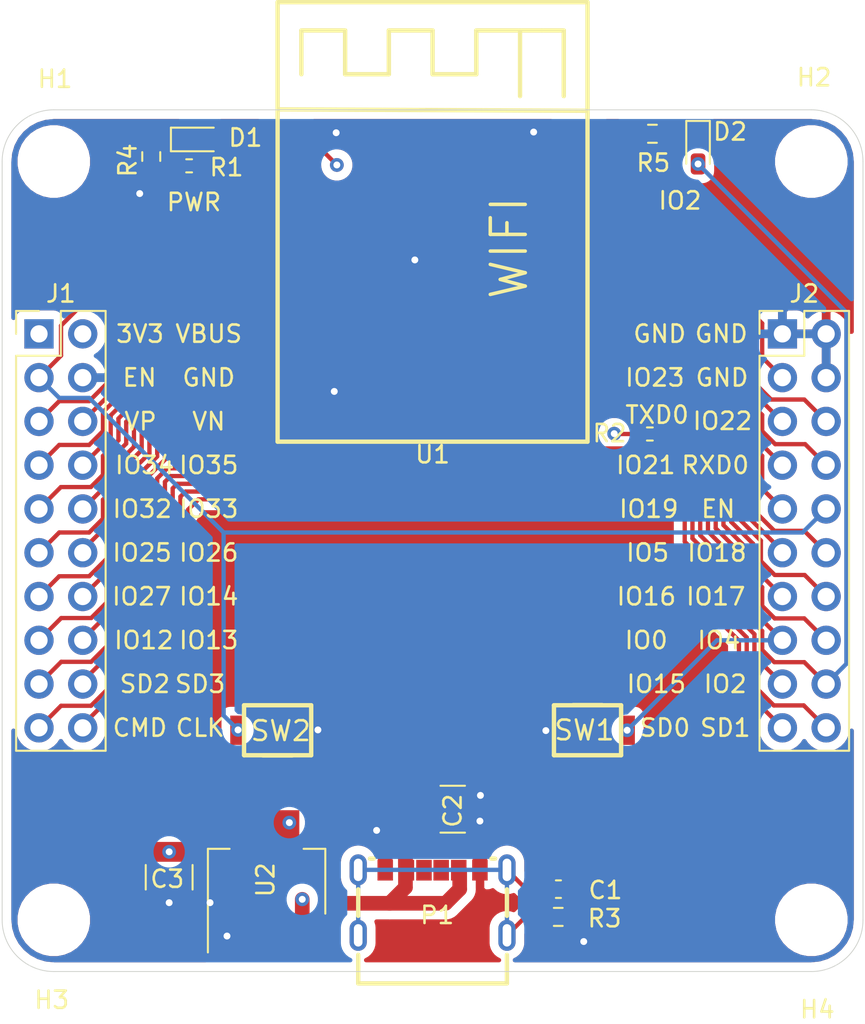
<source format=kicad_pcb>
(kicad_pcb (version 20171130) (host pcbnew "(5.1.10-1-10_14)")
  (layers (0 F.Cu signal) (1 GND power) (2 PWR power) (31 B.Cu signal) (34 B.Paste user) (35 F.Paste user) (36 B.SilkS user) (37 F.SilkS user) (38 B.Mask user) (39 F.Mask user) (44 Edge.Cuts user))
  (net 0 "")
  (net 1 GND)
  (net 2 EN)
  (net 3 +3V3)
  (net 4 IO0)
  (net 5 IO2)
  (net 6 "Net-(C1-Pad1)")
  (net 7 VBUS)
  (net 8 "Net-(D1-Pad1)")
  (net 9 "Net-(D2-Pad1)")
  (net 10 CLK)
  (net 11 SD0)
  (net 12 SD3)
  (net 13 CMD)
  (net 14 IO13)
  (net 15 SD2)
  (net 16 IO14)
  (net 17 IO12)
  (net 18 IO26)
  (net 19 IO27)
  (net 20 IO33)
  (net 21 IO25)
  (net 22 IO35)
  (net 23 IO32)
  (net 24 SENSOR_VN)
  (net 25 IO34)
  (net 26 SENSOR_VP)
  (net 27 SD1)
  (net 28 IO15)
  (net 29 IO4)
  (net 30 IO16)
  (net 31 IO17)
  (net 32 IO5)
  (net 33 IO18)
  (net 34 IO19)
  (net 35 IO21)
  (net 36 RXD0)
  (net 37 TXD0)
  (net 38 IO22)
  (net 39 IO23)
  (module Resistor_SMD:R_0402_1005Metric_Pad0.72x0.64mm_HandSolder (layer F.Cu) (at 137.62 68.81)
    (fp_text reference R2 (at -2.34 -0.04) (layer F.SilkS))
    (fp_text value 10k)
    (pad 2 smd roundrect (at 0.5975 0) (size 0.715 0.64) (layers F.Cu F.Paste F.Mask) (net 4 IO0))
    (pad 1 smd roundrect (at -0.5975 0) (size 0.715 0.64) (layers F.Cu F.Paste F.Mask) (net 3 +3V3))
  )
  (module Resistor_SMD:R_0402_1005Metric_Pad0.72x0.64mm_HandSolder (layer F.Cu) (at 110.86 53.25 180)
    (fp_text reference R1 (at -2.17 -0.09) (layer F.SilkS))
    (fp_text value 10k)
    (pad 2 smd roundrect (at 0.5975 0 180) (size 0.715 0.64) (layers F.Cu F.Paste F.Mask) (net 2 EN))
    (pad 1 smd roundrect (at -0.5975 0 180) (size 0.715 0.64) (layers F.Cu F.Paste F.Mask) (net 3 +3V3))
  )
  (module Capacitor_SMD:C_1210_3225Metric (layer F.Cu) (at 109.7 94.53 270)
    (fp_text reference C3 (at 0.1 0.11 180) (layer F.SilkS))
    (fp_text value C_Small)
    (pad 2 smd roundrect (at 1.475 0 270) (size 1.15 2.7) (layers F.Cu F.Paste F.Mask) (roundrect_rratio 0.217391) (net 1 GND))
    (pad 1 smd roundrect (at -1.475 0 270) (size 1.15 2.7) (layers F.Cu F.Paste F.Mask) (roundrect_rratio 0.217391) (net 3 +3V3))
  )
  (module Capacitor_SMD:C_1210_3225Metric_Pad1.33x2.70mm_HandSolder (layer F.Cu) (at 126.17 90.58)
    (fp_text reference C2 (at 0 0.09 90) (layer F.SilkS))
    (fp_text value C_Small)
    (pad 2 smd roundrect (at 1.5625 0) (size 1.325 2.7) (layers F.Cu F.Paste F.Mask) (roundrect_rratio 0.188679) (net 1 GND))
    (pad 1 smd roundrect (at -1.5625 0) (size 1.325 2.7) (layers F.Cu F.Paste F.Mask) (roundrect_rratio 0.188679) (net 7 VBUS))
  )
  (module Connector_PinHeader_2.54mm:PinHeader_2x10_P2.54mm_Vertical (layer F.Cu) (at 145.32 63)
    (fp_text reference J2 (at 1.27 -2.33) (layer F.SilkS))
    (fp_text value Conn_02x10_Odd_Even)
    (pad 20 thru_hole oval (at 2.54 22.86) (size 1.7 1.7) (drill 1) (layers *.Cu *.Mask) (net 27 SD1))
    (pad 19 thru_hole oval (at 0 22.86) (size 1.7 1.7) (drill 1) (layers *.Cu *.Mask) (net 11 SD0))
    (pad 18 thru_hole oval (at 2.54 20.32) (size 1.7 1.7) (drill 1) (layers *.Cu *.Mask) (net 5 IO2))
    (pad 17 thru_hole oval (at 0 20.32) (size 1.7 1.7) (drill 1) (layers *.Cu *.Mask) (net 28 IO15))
    (pad 16 thru_hole oval (at 2.54 17.78) (size 1.7 1.7) (drill 1) (layers *.Cu *.Mask) (net 29 IO4))
    (pad 15 thru_hole oval (at 0 17.78) (size 1.7 1.7) (drill 1) (layers *.Cu *.Mask) (net 4 IO0))
    (pad 14 thru_hole oval (at 2.54 15.24) (size 1.7 1.7) (drill 1) (layers *.Cu *.Mask) (net 31 IO17))
    (pad 13 thru_hole oval (at 0 15.24) (size 1.7 1.7) (drill 1) (layers *.Cu *.Mask) (net 30 IO16))
    (pad 12 thru_hole oval (at 2.54 12.7) (size 1.7 1.7) (drill 1) (layers *.Cu *.Mask) (net 33 IO18))
    (pad 11 thru_hole oval (at 0 12.7) (size 1.7 1.7) (drill 1) (layers *.Cu *.Mask) (net 32 IO5))
    (pad 10 thru_hole oval (at 2.54 10.16) (size 1.7 1.7) (drill 1) (layers *.Cu *.Mask) (net 2 EN))
    (pad 9 thru_hole oval (at 0 10.16) (size 1.7 1.7) (drill 1) (layers *.Cu *.Mask) (net 34 IO19))
    (pad 8 thru_hole oval (at 2.54 7.62) (size 1.7 1.7) (drill 1) (layers *.Cu *.Mask) (net 36 RXD0))
    (pad 7 thru_hole oval (at 0 7.62) (size 1.7 1.7) (drill 1) (layers *.Cu *.Mask) (net 35 IO21))
    (pad 6 thru_hole oval (at 2.54 5.08) (size 1.7 1.7) (drill 1) (layers *.Cu *.Mask) (net 38 IO22))
    (pad 5 thru_hole oval (at 0 5.08) (size 1.7 1.7) (drill 1) (layers *.Cu *.Mask) (net 37 TXD0))
    (pad 4 thru_hole oval (at 2.54 2.54) (size 1.7 1.7) (drill 1) (layers *.Cu *.Mask) (net 1 GND))
    (pad 3 thru_hole oval (at 0 2.54) (size 1.7 1.7) (drill 1) (layers *.Cu *.Mask) (net 39 IO23))
    (pad 2 thru_hole oval (at 2.54 0) (size 1.7 1.7) (drill 1) (layers *.Cu *.Mask) (net 1 GND))
    (pad 1 thru_hole rect (at 0 0) (size 1.7 1.7) (drill 1) (layers *.Cu *.Mask) (net 1 GND))
  )
  (module Connector_PinHeader_2.54mm:PinHeader_2x10_P2.54mm_Vertical (layer F.Cu) (at 102.14 63)
    (fp_text reference J1 (at 1.27 -2.33) (layer F.SilkS))
    (fp_text value Conn_02x10_Odd_Even)
    (pad 20 thru_hole oval (at 2.54 22.86) (size 1.7 1.7) (drill 1) (layers *.Cu *.Mask) (net 10 CLK))
    (pad 19 thru_hole oval (at 0 22.86) (size 1.7 1.7) (drill 1) (layers *.Cu *.Mask) (net 13 CMD))
    (pad 18 thru_hole oval (at 2.54 20.32) (size 1.7 1.7) (drill 1) (layers *.Cu *.Mask) (net 12 SD3))
    (pad 17 thru_hole oval (at 0 20.32) (size 1.7 1.7) (drill 1) (layers *.Cu *.Mask) (net 15 SD2))
    (pad 16 thru_hole oval (at 2.54 17.78) (size 1.7 1.7) (drill 1) (layers *.Cu *.Mask) (net 14 IO13))
    (pad 15 thru_hole oval (at 0 17.78) (size 1.7 1.7) (drill 1) (layers *.Cu *.Mask) (net 17 IO12))
    (pad 14 thru_hole oval (at 2.54 15.24) (size 1.7 1.7) (drill 1) (layers *.Cu *.Mask) (net 16 IO14))
    (pad 13 thru_hole oval (at 0 15.24) (size 1.7 1.7) (drill 1) (layers *.Cu *.Mask) (net 19 IO27))
    (pad 12 thru_hole oval (at 2.54 12.7) (size 1.7 1.7) (drill 1) (layers *.Cu *.Mask) (net 18 IO26))
    (pad 11 thru_hole oval (at 0 12.7) (size 1.7 1.7) (drill 1) (layers *.Cu *.Mask) (net 21 IO25))
    (pad 10 thru_hole oval (at 2.54 10.16) (size 1.7 1.7) (drill 1) (layers *.Cu *.Mask) (net 20 IO33))
    (pad 9 thru_hole oval (at 0 10.16) (size 1.7 1.7) (drill 1) (layers *.Cu *.Mask) (net 23 IO32))
    (pad 8 thru_hole oval (at 2.54 7.62) (size 1.7 1.7) (drill 1) (layers *.Cu *.Mask) (net 22 IO35))
    (pad 7 thru_hole oval (at 0 7.62) (size 1.7 1.7) (drill 1) (layers *.Cu *.Mask) (net 25 IO34))
    (pad 6 thru_hole oval (at 2.54 5.08) (size 1.7 1.7) (drill 1) (layers *.Cu *.Mask) (net 24 SENSOR_VN))
    (pad 5 thru_hole oval (at 0 5.08) (size 1.7 1.7) (drill 1) (layers *.Cu *.Mask) (net 26 SENSOR_VP))
    (pad 4 thru_hole oval (at 2.54 2.54) (size 1.7 1.7) (drill 1) (layers *.Cu *.Mask) (net 1 GND))
    (pad 3 thru_hole oval (at 0 2.54) (size 1.7 1.7) (drill 1) (layers *.Cu *.Mask) (net 2 EN))
    (pad 2 thru_hole oval (at 2.54 0) (size 1.7 1.7) (drill 1) (layers *.Cu *.Mask) (net 7 VBUS))
    (pad 1 thru_hole rect (at 0 0) (size 1.7 1.7) (drill 1) (layers *.Cu *.Mask) (net 3 +3V3))
  )
  (module MountingHole:MountingHole_3.2mm_M3_ISO7380 (layer F.Cu) (at 147 97)
    (fp_text reference H4 (at 0.35 5.2) (layer F.SilkS))
    (fp_text value MountingHole)
    (pad 1 np_thru_hole circle (at 0 0) (size 3.2 3.2) (drill 3.2) (layers *.Cu *.Mask))
  )
  (module MountingHole:MountingHole_3.2mm_M3_ISO7380 (layer F.Cu) (at 103 97)
    (fp_text reference H3 (at -0.12 4.65) (layer F.SilkS))
    (fp_text value MountingHole)
    (pad 1 np_thru_hole circle (at 0 0) (size 3.2 3.2) (drill 3.2) (layers *.Cu *.Mask))
  )
  (module MountingHole:MountingHole_3.2mm_M3_ISO7380 (layer F.Cu) (at 147 53)
    (fp_text reference H2 (at 0.16 -4.88) (layer F.SilkS))
    (fp_text value MountingHole)
    (pad 1 np_thru_hole circle (at 0 0) (size 3.2 3.2) (drill 3.2) (layers *.Cu *.Mask))
  )
  (module MountingHole:MountingHole_3.2mm_M3_ISO7380 (layer F.Cu) (at 103 53)
    (fp_text reference H1 (at 0.07 -4.79) (layer F.SilkS))
    (fp_text value MountingHole)
    (pad 1 np_thru_hole circle (at 0 0) (size 3.2 3.2) (drill 3.2) (layers *.Cu *.Mask))
  )
  (module Package_TO_SOT_SMD:SOT-223-3_TabPin2 (layer F.Cu) (at 115.36 94.79 90)
    (fp_text reference U2 (at 0.11 -0.06 90) (layer F.SilkS))
    (fp_text value LM1117-3.3)
    (pad 1 smd rect (at -3.15 -2.3 90) (size 2 1.5) (layers F.Cu F.Paste F.Mask) (net 1 GND))
    (pad 3 smd rect (at -3.15 2.3 90) (size 2 1.5) (layers F.Cu F.Paste F.Mask) (net 7 VBUS))
    (pad 2 smd rect (at -3.15 0 90) (size 2 1.5) (layers F.Cu F.Paste F.Mask) (net 3 +3V3))
    (pad 2 smd rect (at 3.15 0 90) (size 2 3.8) (layers F.Cu F.Paste F.Mask) (net 3 +3V3))
  )
  (module Resistor_SMD:R_0603_1608Metric_Pad0.98x0.95mm_HandSolder (layer F.Cu) (at 137.77 51.39 180)
    (fp_text reference R5 (at -0.05 -1.69) (layer F.SilkS))
    (fp_text value 10k)
    (pad 2 smd roundrect (at 0.9125 0 180) (size 0.975 0.95) (layers F.Cu F.Paste F.Mask) (net 1 GND))
    (pad 1 smd roundrect (at -0.9125 0 180) (size 0.975 0.95) (layers F.Cu F.Paste F.Mask) (net 9 "Net-(D2-Pad1)"))
  )
  (module Resistor_SMD:R_0603_1608Metric_Pad0.98x0.95mm_HandSolder (layer F.Cu) (at 108.66 52.71 270)
    (fp_text reference R4 (at 0.22 1.37 90) (layer F.SilkS))
    (fp_text value 10k)
    (pad 2 smd roundrect (at 0.9125 0 270) (size 0.975 0.95) (layers F.Cu F.Paste F.Mask) (net 1 GND))
    (pad 1 smd roundrect (at -0.9125 0 270) (size 0.975 0.95) (layers F.Cu F.Paste F.Mask) (net 8 "Net-(D1-Pad1)"))
  )
  (module LED_SMD:LED_0603_1608Metric_Castellated (layer F.Cu) (at 140.42 52.33 270)
    (fp_text reference D2 (at -1.06 -1.86 180) (layer F.SilkS))
    (fp_text value LED)
    (pad 2 smd roundrect (at 0.8125 0 270) (size 1.225 0.85) (layers F.Cu F.Paste F.Mask) (net 5 IO2))
    (pad 1 smd roundrect (at -0.8125 0 270) (size 1.225 0.85) (layers F.Cu F.Paste F.Mask) (net 9 "Net-(D2-Pad1)"))
  )
  (module LED_SMD:LED_0603_1608Metric_Castellated (layer F.Cu) (at 111.4875 51.72)
    (fp_text reference D1 (at 2.6425 -0.1) (layer F.SilkS))
    (fp_text value LED)
    (pad 2 smd roundrect (at 0.8125 0) (size 1.225 0.85) (layers F.Cu F.Paste F.Mask) (net 3 +3V3))
    (pad 1 smd roundrect (at -0.8125 0) (size 1.225 0.85) (layers F.Cu F.Paste F.Mask) (net 8 "Net-(D1-Pad1)"))
  )
  (module Resistor_SMD:R_0603_1608Metric_Pad0.98x0.95mm_HandSolder (layer F.Cu) (at 132.3 96.83)
    (fp_text reference R3 (at 2.69 0.09) (layer F.SilkS))
    (fp_text value 10k)
    (pad 2 smd roundrect (at 0.9125 0) (size 0.975 0.95) (layers F.Cu F.Paste F.Mask) (net 1 GND))
    (pad 1 smd roundrect (at -0.9125 0) (size 0.975 0.95) (layers F.Cu F.Paste F.Mask) (net 6 "Net-(C1-Pad1)"))
  )
  (module mybays_connector:USB-C-SMD_TYPEC-250D-BCP6 (layer F.Cu) (at 125 96)
    (fp_text reference P1 (at 0.27 0.73) (layer F.SilkS))
    (fp_text value USB_C_CHG_6P)
    (pad 3 thru_hole oval (at 4.320159 1.900047) (size 0.999998 1.799996) (drill oval 0.500024 1.300023) (layers *.Cu *.Mask) (net 6 "Net-(C1-Pad1)"))
    (pad 4 thru_hole oval (at 4.320159 -1.900047) (size 0.999998 1.799996) (drill oval 0.500024 1.300023) (layers *.Cu *.Mask) (net 6 "Net-(C1-Pad1)"))
    (pad 2 thru_hole oval (at -4.319905 1.900047) (size 0.999998 1.799996) (drill oval 0.500024 1.300023) (layers *.Cu *.Mask) (net 6 "Net-(C1-Pad1)"))
    (pad 1 thru_hole oval (at -4.319905 -1.900047) (size 0.999998 1.799996) (drill oval 0.500024 1.300023) (layers *.Cu *.Mask) (net 6 "Net-(C1-Pad1)"))
    (pad A12 smd rect (at 2.749931 -1.879981) (size 0.899998 1.199998) (layers F.Cu F.Paste F.Mask) (net 1 GND))
    (pad A9 smd rect (at 1.520063 -1.879981) (size 0.899998 1.199998) (layers F.Cu F.Paste F.Mask) (net 7 VBUS))
    (pad B5 smd rect (at 0.499999 -1.879981) (size 0.899998 1.199998) (layers F.Cu F.Paste F.Mask))
    (pad A5 smd rect (at -0.499999 -1.879981) (size 0.899998 1.199998) (layers F.Cu F.Paste F.Mask))
    (pad B9 smd rect (at -1.520063 -1.879981) (size 0.899998 1.199998) (layers F.Cu F.Paste F.Mask) (net 7 VBUS))
    (pad B12 smd rect (at -2.749931 -1.879981) (size 0.899998 1.199998) (layers F.Cu F.Paste F.Mask) (net 1 GND))
  )
  (module Capacitor_SMD:C_0603_1608Metric_Pad1.08x0.95mm_HandSolder (layer F.Cu) (at 132.31 95.22)
    (fp_text reference C1 (at 2.73 0.06) (layer F.SilkS))
    (fp_text value C_Small)
    (pad 2 smd roundrect (at 0.8625 0) (size 1.075 0.95) (layers F.Cu F.Paste F.Mask) (net 1 GND))
    (pad 1 smd roundrect (at -0.8625 0) (size 1.075 0.95) (layers F.Cu F.Paste F.Mask) (net 6 "Net-(C1-Pad1)"))
  )
  (module mybays_connector:turtlekey (layer F.Cu) (at 116 86)
    (fp_text reference SW2 (at -1.66 0.04) (layer F.SilkS) (effects (font (size 1.143 1.143) (thickness 0.1524)) (justify left)))
    (fp_text value SW_Push)
    (pad 1 smd rect (at -2.29997 0) (size 0.899998 1.699997) (layers F.Cu F.Paste F.Mask) (net 2 EN))
    (pad 2 smd rect (at 2.29997 0) (size 0.899998 1.699997) (layers F.Cu F.Paste F.Mask) (net 1 GND))
  )
  (module mybays_connector:turtlekey (layer F.Cu) (at 134 86 180)
    (fp_text reference SW1 (at -1.66 0) (layer F.SilkS) (effects (font (size 1.143 1.143) (thickness 0.1524)) (justify right)))
    (fp_text value SW_Push)
    (pad 1 smd rect (at -2.29997 0 180) (size 0.899998 1.699997) (layers F.Cu F.Paste F.Mask) (net 4 IO0))
    (pad 2 smd rect (at 2.29997 0 180) (size 0.899998 1.699997) (layers F.Cu F.Paste F.Mask) (net 1 GND))
  )
  (module mybays_modules:WIFIM-SMD_38P-L25.5-W18.0-P1.27 (layer F.Cu) (at 125 60)
    (fp_text reference U1 (at 0 10) (layer F.SilkS))
    (fp_text value ESP32-SOLO-1)
    (fp_text user WIFI (at 4.453128 1.134999 90) (layer F.SilkS) (effects (font (size 2.032 2.032) (thickness 0.2032)) (justify left)))
    (pad 39 smd rect (at -0.999998 -1.255141 180) (size 4.99999 4.99999) (layers F.Cu F.Paste F.Mask) (net 1 GND))
    (pad 38 smd rect (at 8.50011 -8.754999 180) (size 1.999996 0.899998) (layers F.Cu F.Paste F.Mask) (net 1 GND))
    (pad 37 smd rect (at 8.50011 -7.484999 180) (size 1.999996 0.899998) (layers F.Cu F.Paste F.Mask) (net 39 IO23))
    (pad 36 smd rect (at 8.50011 -6.214999 180) (size 1.999996 0.899998) (layers F.Cu F.Paste F.Mask) (net 38 IO22))
    (pad 35 smd rect (at 8.50011 -4.944999 180) (size 1.999996 0.899998) (layers F.Cu F.Paste F.Mask) (net 37 TXD0))
    (pad 34 smd rect (at 8.50011 -3.674999 180) (size 1.999996 0.899998) (layers F.Cu F.Paste F.Mask) (net 36 RXD0))
    (pad 33 smd rect (at 8.50011 -2.404999 180) (size 1.999996 0.899998) (layers F.Cu F.Paste F.Mask) (net 35 IO21))
    (pad 1 smd rect (at -8.50011 -8.754999 180) (size 1.999996 0.899998) (layers F.Cu F.Paste F.Mask) (net 1 GND))
    (pad 2 smd rect (at -8.50011 -7.484999 180) (size 1.999996 0.899998) (layers F.Cu F.Paste F.Mask) (net 3 +3V3))
    (pad 3 smd rect (at -8.50011 -6.214999 180) (size 1.999996 0.899998) (layers F.Cu F.Paste F.Mask) (net 2 EN))
    (pad 4 smd rect (at -8.50011 -4.944999 180) (size 1.999996 0.899998) (layers F.Cu F.Paste F.Mask) (net 26 SENSOR_VP))
    (pad 5 smd rect (at -8.50011 -3.674999 180) (size 1.999996 0.899998) (layers F.Cu F.Paste F.Mask) (net 24 SENSOR_VN))
    (pad 6 smd rect (at -8.50011 -2.404999 180) (size 1.999996 0.899998) (layers F.Cu F.Paste F.Mask) (net 25 IO34))
    (pad 7 smd rect (at -8.50011 -1.134999 180) (size 1.999996 0.899998) (layers F.Cu F.Paste F.Mask) (net 22 IO35))
    (pad 8 smd rect (at -8.50011 0.135001 180) (size 1.999996 0.899998) (layers F.Cu F.Paste F.Mask) (net 23 IO32))
    (pad 9 smd rect (at -8.50011 1.405001 180) (size 1.999996 0.899998) (layers F.Cu F.Paste F.Mask) (net 20 IO33))
    (pad 10 smd rect (at -8.50011 2.675001 180) (size 1.999996 0.899998) (layers F.Cu F.Paste F.Mask) (net 21 IO25))
    (pad 11 smd rect (at -8.50011 3.945001 180) (size 1.999996 0.899998) (layers F.Cu F.Paste F.Mask) (net 18 IO26))
    (pad 12 smd rect (at -8.50011 5.215001 180) (size 1.999996 0.899998) (layers F.Cu F.Paste F.Mask) (net 19 IO27))
    (pad 13 smd rect (at -8.50011 6.485001 180) (size 1.999996 0.899998) (layers F.Cu F.Paste F.Mask) (net 16 IO14))
    (pad 14 smd rect (at -8.50011 7.755001 180) (size 1.999996 0.899998) (layers F.Cu F.Paste F.Mask) (net 17 IO12))
    (pad 15 smd rect (at -5.715 8.754999 270) (size 1.999996 0.899998) (layers F.Cu F.Paste F.Mask) (net 1 GND))
    (pad 16 smd rect (at -4.445 8.754999 270) (size 1.999996 0.899998) (layers F.Cu F.Paste F.Mask) (net 14 IO13))
    (pad 17 smd rect (at -3.175 8.754999 270) (size 1.999996 0.899998) (layers F.Cu F.Paste F.Mask) (net 15 SD2))
    (pad 18 smd rect (at -1.905 8.754999 270) (size 1.999996 0.899998) (layers F.Cu F.Paste F.Mask) (net 12 SD3))
    (pad 19 smd rect (at -0.635 8.754999 270) (size 1.999996 0.899998) (layers F.Cu F.Paste F.Mask) (net 13 CMD))
    (pad 20 smd rect (at 0.635 8.754999 270) (size 1.999996 0.899998) (layers F.Cu F.Paste F.Mask) (net 10 CLK))
    (pad 21 smd rect (at 1.905 8.754999 90) (size 1.999996 0.899998) (layers F.Cu F.Paste F.Mask) (net 11 SD0))
    (pad 22 smd rect (at 3.175 8.754999 90) (size 1.999996 0.899998) (layers F.Cu F.Paste F.Mask) (net 27 SD1))
    (pad 23 smd rect (at 4.445 8.754999 90) (size 1.999996 0.899998) (layers F.Cu F.Paste F.Mask) (net 28 IO15))
    (pad 24 smd rect (at 5.715 8.754999 90) (size 1.999996 0.899998) (layers F.Cu F.Paste F.Mask) (net 5 IO2))
    (pad 25 smd rect (at 8.50011 7.755001 180) (size 1.999996 0.899998) (layers F.Cu F.Paste F.Mask) (net 4 IO0))
    (pad 26 smd rect (at 8.50011 6.485001 180) (size 1.999996 0.899998) (layers F.Cu F.Paste F.Mask) (net 29 IO4))
    (pad 27 smd rect (at 8.50011 5.215001 180) (size 1.999996 0.899998) (layers F.Cu F.Paste F.Mask) (net 30 IO16))
    (pad 28 smd rect (at 8.50011 3.945001 180) (size 1.999996 0.899998) (layers F.Cu F.Paste F.Mask) (net 31 IO17))
    (pad 29 smd rect (at 8.50011 2.675001 180) (size 1.999996 0.899998) (layers F.Cu F.Paste F.Mask) (net 32 IO5))
    (pad 30 smd rect (at 8.50011 1.405001 180) (size 1.999996 0.899998) (layers F.Cu F.Paste F.Mask) (net 33 IO18))
    (pad 31 smd rect (at 8.50011 0.135001 180) (size 1.999996 0.899998) (layers F.Cu F.Paste F.Mask) (net 34 IO19))
    (pad 32 smd rect (at 8.50011 -1.134999 180) (size 1.999996 0.899998) (layers F.Cu F.Paste F.Mask))
  )
  (gr_text IO2 (at 139.37 55.27) (layer F.SilkS) (effects (font (size 1 1))))
  (gr_text PWR (at 111.14 55.36) (layer F.SilkS) (effects (font (size 1 1))))
  (gr_text VN (at 112 68.08) (layer F.SilkS) (effects (font (size 1 1))))
  (gr_text IO26 (at 112 75.7) (layer F.SilkS) (effects (font (size 1 1))))
  (gr_text IO14 (at 112 78.24) (layer F.SilkS) (effects (font (size 1 1))))
  (gr_text SD0 (at 138.5 85.86) (layer F.SilkS) (effects (font (size 1 1))))
  (gr_text SD1 (at 142 85.86) (layer F.SilkS) (effects (font (size 1 1))))
  (gr_text IO2 (at 142 83.32) (layer F.SilkS) (effects (font (size 1 1))))
  (gr_text IO15 (at 138 83.32) (layer F.SilkS) (effects (font (size 1 1))))
  (gr_text IO4 (at 141.63 80.78) (layer F.SilkS) (effects (font (size 1 1))))
  (gr_text IO0 (at 137.41 80.78) (layer F.SilkS) (effects (font (size 1 1))))
  (gr_text IO16 (at 137.42 78.24) (layer F.SilkS) (effects (font (size 1 1))))
  (gr_text IO17 (at 141.45 78.24) (layer F.SilkS) (effects (font (size 1 1))))
  (gr_text IO5 (at 137.49 75.7) (layer F.SilkS) (effects (font (size 1 1))))
  (gr_text IO18 (at 141.52 75.7) (layer F.SilkS) (effects (font (size 1 1))))
  (gr_text EN (at 141.59 73.16) (layer F.SilkS) (effects (font (size 1 1))))
  (gr_text IO19 (at 137.56 73.16) (layer F.SilkS) (effects (font (size 1 1))))
  (gr_text IO21 (at 137.38 70.62) (layer F.SilkS) (effects (font (size 1 1))))
  (gr_text RXD0 (at 141.42 70.62) (layer F.SilkS) (effects (font (size 1 1))))
  (gr_text TXD0 (at 138.04 67.7) (layer F.SilkS) (effects (font (size 1 1))))
  (gr_text IO22 (at 141.84 68.06) (layer F.SilkS) (effects (font (size 1 1))))
  (gr_text IO23 (at 137.91 65.54) (layer F.SilkS) (effects (font (size 1 1))))
  (gr_text GND (at 141.81 65.54) (layer F.SilkS) (effects (font (size 1 1))))
  (gr_text GND (at 138.19 63) (layer F.SilkS) (effects (font (size 1 1))))
  (gr_text GND (at 141.77 63) (layer F.SilkS) (effects (font (size 1 1))))
  (gr_text CLK (at 111.5 85.86) (layer F.SilkS) (effects (font (size 1 1))))
  (gr_text CMD (at 108 85.86) (layer F.SilkS) (effects (font (size 1 1))))
  (gr_text SD3 (at 111.5 83.32) (layer F.SilkS) (effects (font (size 1 1))))
  (gr_text SD2 (at 108.29 83.32) (layer F.SilkS) (effects (font (size 1 1))))
  (gr_text IO13 (at 112 80.78) (layer F.SilkS) (effects (font (size 1 1))))
  (gr_text IO12 (at 108.23 80.78) (layer F.SilkS) (effects (font (size 1 1))))
  (gr_text IO27 (at 108.11 78.24) (layer F.SilkS) (effects (font (size 1 1))))
  (gr_text IO25 (at 108.13 75.7) (layer F.SilkS) (effects (font (size 1 1))))
  (gr_text IO33 (at 112 73.16) (layer F.SilkS) (effects (font (size 1 1))))
  (gr_text IO32 (at 108.14 73.16) (layer F.SilkS) (effects (font (size 1 1))))
  (gr_text IO35 (at 112 70.62) (layer F.SilkS) (effects (font (size 1 1))))
  (gr_text IO34 (at 108.28 70.62) (layer F.SilkS) (effects (font (size 1 1))))
  (gr_text VP (at 108.04 68.08) (layer F.SilkS) (effects (font (size 1 1))))
  (gr_text GND (at 112 65.54) (layer F.SilkS) (effects (font (size 1 1))))
  (gr_text EN (at 107.98 65.54) (layer F.SilkS) (effects (font (size 1 1))))
  (gr_text VBUS (at 112 63) (layer F.SilkS) (effects (font (size 1 1))))
  (gr_text 3V3 (at 108.01 63) (layer F.SilkS) (effects (font (size 1 1))))
  (gr_arc (start 103 97) (end 100 97) (angle -90) (layer Edge.Cuts) (width 0.05))
  (gr_arc (start 147 97) (end 147 100) (angle -90) (layer Edge.Cuts) (width 0.05))
  (gr_arc (start 147 53) (end 150 53) (angle -90) (layer Edge.Cuts) (width 0.05))
  (gr_arc (start 103 53) (end 103 50) (angle -90) (layer Edge.Cuts) (width 0.05))
  (gr_line (start 100 97) (end 100 53) (layer Edge.Cuts) (width 0.05))
  (gr_line (start 147 100) (end 103 100) (layer Edge.Cuts) (width 0.05))
  (gr_line (start 150 53) (end 150 97) (layer Edge.Cuts) (width 0.05))
  (gr_line (start 103 50) (end 147 50) (layer Edge.Cuts) (width 0.05))
  (segment (start 136.712501 51.245001) (end 136.8575 51.39) (width 0.25) (layer F.Cu) (net 1))
  (segment (start 133.50011 51.245001) (end 136.712501 51.245001) (width 0.25) (layer F.Cu) (net 1))
  (via (at 123.97 58.71) (size 0.8) (drill 0.4) (layers F.Cu B.Cu) (net 1))
  (segment (start 124.000002 58.740002) (end 123.97 58.71) (width 0.25) (layer F.Cu) (net 1))
  (segment (start 124.000002 58.744859) (end 124.000002 58.740002) (width 0.25) (layer F.Cu) (net 1))
  (segment (start 119.285 68.754999) (end 119.285 68.095) (width 0.25) (layer F.Cu) (net 1))
  (segment (start 119.29 68.09) (end 119.29 66.34) (width 0.25) (layer F.Cu) (net 1))
  (via (at 119.29 66.34) (size 0.8) (drill 0.4) (layers F.Cu B.Cu) (net 1))
  (segment (start 119.285 68.095) (end 119.29 68.09) (width 0.25) (layer F.Cu) (net 1))
  (via (at 130.87 51.29) (size 0.8) (drill 0.4) (layers F.Cu B.Cu) (net 1))
  (segment (start 130.914999 51.245001) (end 130.87 51.29) (width 0.25) (layer F.Cu) (net 1))
  (segment (start 133.50011 51.245001) (end 130.914999 51.245001) (width 0.25) (layer F.Cu) (net 1))
  (segment (start 119.315001 51.245001) (end 119.4 51.33) (width 0.25) (layer F.Cu) (net 1))
  (via (at 119.4 51.33) (size 0.8) (drill 0.4) (layers F.Cu B.Cu) (net 1))
  (segment (start 116.49989 51.245001) (end 119.315001 51.245001) (width 0.25) (layer F.Cu) (net 1))
  (segment (start 113.06 97.94) (end 113.06 96.99) (width 0.85) (layer F.Cu) (net 1))
  (segment (start 112.075 96.005) (end 109.7 96.005) (width 0.85) (layer F.Cu) (net 1))
  (segment (start 133.2125 95.26) (end 133.1725 95.22) (width 0.25) (layer F.Cu) (net 1))
  (segment (start 133.2125 96.83) (end 133.2125 95.26) (width 0.25) (layer F.Cu) (net 1))
  (via (at 133.78 98.26) (size 0.8) (drill 0.4) (layers F.Cu B.Cu) (net 1))
  (segment (start 133.2125 97.6925) (end 133.78 98.26) (width 0.25) (layer F.Cu) (net 1))
  (segment (start 133.2125 96.83) (end 133.2125 97.6925) (width 0.25) (layer F.Cu) (net 1))
  (via (at 127.78 89.78) (size 0.8) (drill 0.4) (layers F.Cu B.Cu) (net 1))
  (segment (start 127.7325 89.8275) (end 127.78 89.78) (width 0.25) (layer F.Cu) (net 1))
  (segment (start 127.7325 90.58) (end 127.7325 89.8275) (width 0.25) (layer F.Cu) (net 1))
  (via (at 127.749931 91.269931) (size 0.8) (drill 0.4) (layers F.Cu B.Cu) (net 1))
  (segment (start 127.7325 91.2525) (end 127.749931 91.269931) (width 0.25) (layer F.Cu) (net 1))
  (segment (start 127.7325 90.58) (end 127.7325 91.2525) (width 0.25) (layer F.Cu) (net 1))
  (segment (start 127.749931 94.120019) (end 127.749931 91.269931) (width 0.85) (layer F.Cu) (net 1))
  (via (at 131.58 86.02) (size 0.8) (drill 0.4) (layers F.Cu B.Cu) (net 1))
  (segment (start 131.6 86) (end 131.58 86.02) (width 0.25) (layer F.Cu) (net 1))
  (segment (start 131.70003 86) (end 131.6 86) (width 0.25) (layer F.Cu) (net 1))
  (via (at 121.75 91.81) (size 0.8) (drill 0.4) (layers F.Cu B.Cu) (net 1))
  (segment (start 122.250069 92.310069) (end 121.75 91.81) (width 0.85) (layer F.Cu) (net 1))
  (segment (start 122.250069 94.120019) (end 122.250069 92.310069) (width 0.85) (layer F.Cu) (net 1))
  (via (at 113.06 97.94) (size 0.8) (drill 0.4) (layers F.Cu B.Cu) (net 1))
  (segment (start 112.39 96.32) (end 112.075 96.005) (width 0.85) (layer F.Cu) (net 1))
  (via (at 112.075 96.005) (size 0.8) (drill 0.4) (layers F.Cu B.Cu) (net 1))
  (segment (start 113.06 96.99) (end 112.39 96.32) (width 0.85) (layer F.Cu) (net 1))
  (via (at 109.7 96.005) (size 0.8) (drill 0.4) (layers F.Cu B.Cu) (net 1))
  (via (at 107.99 54.86) (size 0.8) (drill 0.4) (layers F.Cu B.Cu) (net 1))
  (segment (start 108.66 54.19) (end 107.99 54.86) (width 0.25) (layer F.Cu) (net 1))
  (segment (start 108.66 53.6225) (end 108.66 54.19) (width 0.25) (layer F.Cu) (net 1))
  (via (at 118.34 85.98) (size 0.8) (drill 0.4) (layers F.Cu B.Cu) (net 1))
  (segment (start 118.32 86) (end 118.34 85.98) (width 0.25) (layer F.Cu) (net 1))
  (segment (start 118.29997 86) (end 118.32 86) (width 0.25) (layer F.Cu) (net 1))
  (segment (start 116.49989 53.785001) (end 112.155997 53.785001) (width 0.25) (layer F.Cu) (net 2))
  (segment (start 103.42 64.26) (end 102.14 65.54) (width 0.25) (layer F.Cu) (net 2))
  (segment (start 103.42 62.520998) (end 103.42 64.26) (width 0.25) (layer F.Cu) (net 2))
  (segment (start 110.2625 55.1925) (end 110.505499 55.435499) (width 0.25) (layer F.Cu) (net 2))
  (segment (start 110.2625 53.25) (end 110.2625 55.1925) (width 0.25) (layer F.Cu) (net 2))
  (segment (start 110.505499 55.435499) (end 103.42 62.520998) (width 0.25) (layer F.Cu) (net 2))
  (segment (start 112.155997 53.785001) (end 110.505499 55.435499) (width 0.25) (layer F.Cu) (net 2))
  (segment (start 105.054003 66.715001) (end 103.315001 66.715001) (width 0.25) (layer B.Cu) (net 2))
  (segment (start 103.315001 66.715001) (end 102.14 65.54) (width 0.25) (layer B.Cu) (net 2))
  (segment (start 112.864001 74.524999) (end 105.054003 66.715001) (width 0.25) (layer B.Cu) (net 2))
  (segment (start 146.495001 74.524999) (end 112.864001 74.524999) (width 0.25) (layer B.Cu) (net 2))
  (segment (start 147.86 73.16) (end 146.495001 74.524999) (width 0.25) (layer B.Cu) (net 2))
  (via (at 113.7 85.98) (size 0.8) (drill 0.4) (layers F.Cu B.Cu) (net 2))
  (segment (start 113.70003 85.98003) (end 113.7 85.98) (width 0.25) (layer F.Cu) (net 2))
  (segment (start 113.70003 86) (end 113.70003 85.98003) (width 0.25) (layer F.Cu) (net 2))
  (segment (start 112.864001 85.144001) (end 112.864001 74.524999) (width 0.25) (layer B.Cu) (net 2))
  (segment (start 113.7 85.98) (end 112.864001 85.144001) (width 0.25) (layer B.Cu) (net 2))
  (segment (start 113.095001 52.515001) (end 116.49989 52.515001) (width 0.25) (layer F.Cu) (net 3))
  (segment (start 112.3 51.72) (end 113.095001 52.515001) (width 0.25) (layer F.Cu) (net 3))
  (segment (start 111.4575 52.5625) (end 112.3 51.72) (width 0.25) (layer F.Cu) (net 3))
  (segment (start 111.4575 53.25) (end 111.4575 52.5625) (width 0.25) (layer F.Cu) (net 3))
  (segment (start 115.36 97.94) (end 115.36 91.64) (width 0.85) (layer F.Cu) (net 3))
  (segment (start 115.36 91.64) (end 113.81 91.64) (width 0.85) (layer F.Cu) (net 3))
  (segment (start 112.395 93.055) (end 109.7 93.055) (width 0.85) (layer F.Cu) (net 3))
  (segment (start 113.81 91.64) (end 112.395 93.055) (width 0.85) (layer F.Cu) (net 3))
  (via (at 119.44 53.2) (size 0.8) (drill 0.4) (layers F.Cu B.Cu) (net 3))
  (segment (start 118.755001 52.515001) (end 119.44 53.2) (width 0.25) (layer F.Cu) (net 3))
  (segment (start 116.49989 52.515001) (end 118.755001 52.515001) (width 0.25) (layer F.Cu) (net 3))
  (via (at 135.55 68.79) (size 0.8) (drill 0.4) (layers F.Cu B.Cu) (net 3))
  (segment (start 135.57 68.81) (end 135.55 68.79) (width 0.25) (layer F.Cu) (net 3))
  (segment (start 137.0225 68.81) (end 135.57 68.81) (width 0.25) (layer F.Cu) (net 3))
  (via (at 116.68 91.36) (size 0.8) (drill 0.4) (layers F.Cu B.Cu) (net 3))
  (segment (start 116.4 91.64) (end 116.68 91.36) (width 0.25) (layer F.Cu) (net 3))
  (segment (start 115.36 91.64) (end 116.4 91.64) (width 0.25) (layer F.Cu) (net 3))
  (via (at 109.7 93.055) (size 0.8) (drill 0.4) (layers F.Cu B.Cu) (net 3))
  (segment (start 133.50011 67.755001) (end 139.103721 67.755001) (width 0.25) (layer F.Cu) (net 4))
  (segment (start 140.544925 69.196205) (end 140.544926 70.299796) (width 0.25) (layer F.Cu) (net 4))
  (segment (start 140.544926 70.299796) (end 141.444943 71.199813) (width 0.25) (layer F.Cu) (net 4))
  (segment (start 141.444943 71.199813) (end 141.444943 74.280583) (width 0.25) (layer F.Cu) (net 4))
  (segment (start 142.719972 75.555612) (end 142.719972 76.912792) (width 0.25) (layer F.Cu) (net 4))
  (segment (start 141.444943 74.280583) (end 142.719972 75.555612) (width 0.25) (layer F.Cu) (net 4))
  (segment (start 143.694989 79.154989) (end 145.32 80.78) (width 0.25) (layer F.Cu) (net 4))
  (segment (start 143.694989 77.887809) (end 143.694989 79.154989) (width 0.25) (layer F.Cu) (net 4))
  (segment (start 142.719972 76.912792) (end 143.694989 77.887809) (width 0.25) (layer F.Cu) (net 4))
  (segment (start 140.1 68.81) (end 140.12936 68.78064) (width 0.25) (layer F.Cu) (net 4))
  (segment (start 138.2175 68.81) (end 140.1 68.81) (width 0.25) (layer F.Cu) (net 4))
  (segment (start 140.12936 68.78064) (end 140.544925 69.196205) (width 0.25) (layer F.Cu) (net 4))
  (segment (start 139.103721 67.755001) (end 140.12936 68.78064) (width 0.25) (layer F.Cu) (net 4))
  (segment (start 141.51997 80.78) (end 136.29997 86) (width 0.25) (layer B.Cu) (net 4))
  (via (at 136.29997 86) (size 0.8) (drill 0.4) (layers F.Cu B.Cu) (net 4))
  (segment (start 145.32 80.78) (end 141.51997 80.78) (width 0.25) (layer B.Cu) (net 4))
  (segment (start 140.994933 71.386213) (end 140.994934 74.466984) (width 0.25) (layer F.Cu) (net 5))
  (segment (start 142.269962 75.742012) (end 142.269963 77.099193) (width 0.25) (layer F.Cu) (net 5))
  (segment (start 140.994934 74.466984) (end 142.269962 75.742012) (width 0.25) (layer F.Cu) (net 5))
  (segment (start 143.244979 78.074209) (end 143.24498 79.34139) (width 0.25) (layer F.Cu) (net 5))
  (segment (start 142.269963 77.099193) (end 143.244979 78.074209) (width 0.25) (layer F.Cu) (net 5))
  (segment (start 144.144999 81.344001) (end 144.850998 82.05) (width 0.25) (layer F.Cu) (net 5))
  (segment (start 144.144999 80.241409) (end 144.144999 81.344001) (width 0.25) (layer F.Cu) (net 5))
  (segment (start 143.24498 79.34139) (end 144.144999 80.241409) (width 0.25) (layer F.Cu) (net 5))
  (segment (start 146.59 82.05) (end 147.86 83.32) (width 0.25) (layer F.Cu) (net 5))
  (segment (start 144.850998 82.05) (end 146.59 82.05) (width 0.25) (layer F.Cu) (net 5))
  (segment (start 140.20205 70.59564) (end 139.2564 69.64999) (width 0.25) (layer F.Cu) (net 5))
  (segment (start 140.20436 70.59564) (end 140.20205 70.59564) (width 0.25) (layer F.Cu) (net 5))
  (segment (start 140.094917 70.486197) (end 140.20436 70.59564) (width 0.25) (layer F.Cu) (net 5))
  (segment (start 140.20436 70.59564) (end 140.994933 71.386213) (width 0.25) (layer F.Cu) (net 5))
  (segment (start 139.2564 69.64999) (end 131.19 69.64999) (width 0.25) (layer F.Cu) (net 5))
  (segment (start 131.19 69.229999) (end 130.715 68.754999) (width 0.25) (layer F.Cu) (net 5))
  (segment (start 131.19 69.64999) (end 131.19 69.229999) (width 0.25) (layer F.Cu) (net 5))
  (via (at 140.42 53.1425) (size 0.8) (drill 0.4) (layers F.Cu B.Cu) (net 5))
  (segment (start 149.035001 61.757501) (end 140.42 53.1425) (width 0.25) (layer B.Cu) (net 5))
  (segment (start 149.035001 82.144999) (end 149.035001 61.757501) (width 0.25) (layer B.Cu) (net 5))
  (segment (start 147.86 83.32) (end 149.035001 82.144999) (width 0.25) (layer B.Cu) (net 5))
  (segment (start 131.4475 96.77) (end 131.3875 96.83) (width 0.25) (layer F.Cu) (net 6))
  (segment (start 131.4475 95.22) (end 131.4475 96.77) (width 0.25) (layer F.Cu) (net 6))
  (segment (start 130.390206 96.83) (end 129.320159 97.900047) (width 0.25) (layer F.Cu) (net 6))
  (segment (start 131.3875 96.83) (end 130.390206 96.83) (width 0.25) (layer F.Cu) (net 6))
  (segment (start 129.320159 94.099953) (end 120.680095 94.099953) (width 0.25) (layer B.Cu) (net 6))
  (segment (start 120.680095 97.900047) (end 120.680095 94.099953) (width 0.25) (layer B.Cu) (net 6))
  (segment (start 129.320159 97.900047) (end 129.320159 94.099953) (width 0.25) (layer B.Cu) (net 6))
  (segment (start 130.440206 95.22) (end 129.320159 94.099953) (width 0.25) (layer F.Cu) (net 6))
  (segment (start 131.4475 95.22) (end 130.440206 95.22) (width 0.25) (layer F.Cu) (net 6))
  (segment (start 124.6075 90.58) (end 123.425001 91.762499) (width 0.85) (layer F.Cu) (net 7))
  (segment (start 123.425001 95.120087) (end 122.505088 96.04) (width 0.85) (layer F.Cu) (net 7))
  (segment (start 123.425001 91.762499) (end 123.425001 93.004999) (width 0.85) (layer F.Cu) (net 7))
  (segment (start 123.425001 93.004999) (end 123.425001 95.120087) (width 0.85) (layer F.Cu) (net 7))
  (segment (start 123.425001 93.004999) (end 123.425001 94.120019) (width 0.85) (layer F.Cu) (net 7))
  (segment (start 119.56 96.04) (end 117.66 97.94) (width 0.85) (layer F.Cu) (net 7))
  (segment (start 122.505088 96.04) (end 119.56 96.04) (width 0.85) (layer F.Cu) (net 7))
  (segment (start 126.574999 95.220019) (end 126.574999 94.120019) (width 0.85) (layer F.Cu) (net 7))
  (segment (start 125.755018 96.04) (end 126.574999 95.220019) (width 0.85) (layer F.Cu) (net 7))
  (segment (start 122.505088 96.04) (end 125.755018 96.04) (width 0.85) (layer F.Cu) (net 7))
  (via (at 117.43 95.81) (size 0.8) (drill 0.4) (layers F.Cu B.Cu) (net 7))
  (segment (start 117.43 97.71) (end 117.66 97.94) (width 0.85) (layer F.Cu) (net 7))
  (segment (start 117.43 95.81) (end 117.43 97.71) (width 0.85) (layer F.Cu) (net 7))
  (segment (start 108.7375 51.72) (end 108.66 51.7975) (width 0.25) (layer F.Cu) (net 8))
  (segment (start 110.675 51.72) (end 108.7375 51.72) (width 0.25) (layer F.Cu) (net 8))
  (segment (start 140.2925 51.39) (end 140.42 51.5175) (width 0.25) (layer F.Cu) (net 9))
  (segment (start 138.6825 51.39) (end 140.2925 51.39) (width 0.25) (layer F.Cu) (net 9))
  (segment (start 125.635 70.004997) (end 123.039957 72.60004) (width 0.25) (layer F.Cu) (net 10))
  (segment (start 125.635 68.754999) (end 125.635 70.004997) (width 0.25) (layer F.Cu) (net 10))
  (segment (start 110.805102 73.194898) (end 110.805101 73.398999) (width 0.25) (layer F.Cu) (net 10))
  (segment (start 111.39996 72.60004) (end 110.805102 73.194898) (width 0.25) (layer F.Cu) (net 10))
  (segment (start 123.039957 72.60004) (end 111.39996 72.60004) (width 0.25) (layer F.Cu) (net 10))
  (segment (start 109.905083 74.299017) (end 109.905082 75.40161) (width 0.25) (layer F.Cu) (net 10))
  (segment (start 110.805101 73.398999) (end 109.905083 74.299017) (width 0.25) (layer F.Cu) (net 10))
  (segment (start 109.240066 76.066626) (end 109.240065 77.501985) (width 0.25) (layer F.Cu) (net 10))
  (segment (start 109.905082 75.40161) (end 109.240066 76.066626) (width 0.25) (layer F.Cu) (net 10))
  (segment (start 108.320047 78.422003) (end 108.320047 79.669953) (width 0.25) (layer F.Cu) (net 10))
  (segment (start 109.240065 77.501985) (end 108.320047 78.422003) (width 0.25) (layer F.Cu) (net 10))
  (segment (start 107.450028 80.539972) (end 107.450028 81.719972) (width 0.25) (layer F.Cu) (net 10))
  (segment (start 108.320047 79.669953) (end 107.450028 80.539972) (width 0.25) (layer F.Cu) (net 10))
  (segment (start 106.57001 82.59999) (end 106.57001 83.805402) (width 0.25) (layer F.Cu) (net 10))
  (segment (start 107.450028 81.719972) (end 106.57001 82.59999) (width 0.25) (layer F.Cu) (net 10))
  (segment (start 104.68 85.695412) (end 104.68 85.86) (width 0.25) (layer F.Cu) (net 10))
  (segment (start 106.57001 83.805402) (end 104.68 85.695412) (width 0.25) (layer F.Cu) (net 10))
  (segment (start 126.905 70.004997) (end 127.980013 71.08001) (width 0.25) (layer F.Cu) (net 11))
  (segment (start 126.905 68.754999) (end 126.905 70.004997) (width 0.25) (layer F.Cu) (net 11))
  (segment (start 127.980013 71.08001) (end 138.77719 71.08001) (width 0.25) (layer F.Cu) (net 11))
  (segment (start 139.644907 71.947727) (end 139.644907 75.057727) (width 0.25) (layer F.Cu) (net 11))
  (segment (start 138.77719 71.08001) (end 139.644907 71.947727) (width 0.25) (layer F.Cu) (net 11))
  (segment (start 140.919936 76.332756) (end 140.919936 77.658396) (width 0.25) (layer F.Cu) (net 11))
  (segment (start 139.644907 75.057727) (end 140.919936 76.332756) (width 0.25) (layer F.Cu) (net 11))
  (segment (start 141.894953 78.633413) (end 141.894953 79.900593) (width 0.25) (layer F.Cu) (net 11))
  (segment (start 140.919936 77.658396) (end 141.894953 78.633413) (width 0.25) (layer F.Cu) (net 11))
  (segment (start 142.794969 83.334969) (end 145.32 85.86) (width 0.25) (layer F.Cu) (net 11))
  (segment (start 142.794969 80.800609) (end 142.794969 83.334969) (width 0.25) (layer F.Cu) (net 11))
  (segment (start 141.894953 79.900593) (end 142.794969 80.800609) (width 0.25) (layer F.Cu) (net 11))
  (segment (start 106.55001 80.12281) (end 106.550009 81.285403) (width 0.25) (layer F.Cu) (net 12))
  (segment (start 107.420028 79.252792) (end 106.55001 80.12281) (width 0.25) (layer F.Cu) (net 12))
  (segment (start 104.68 83.155412) (end 104.68 83.32) (width 0.25) (layer F.Cu) (net 12))
  (segment (start 107.420029 78.049201) (end 107.420028 79.252792) (width 0.25) (layer F.Cu) (net 12))
  (segment (start 108.340047 77.129183) (end 107.420029 78.049201) (width 0.25) (layer F.Cu) (net 12))
  (segment (start 108.340048 75.693824) (end 108.340047 77.129183) (width 0.25) (layer F.Cu) (net 12))
  (segment (start 121.399977 71.70002) (end 110.16998 71.70002) (width 0.25) (layer F.Cu) (net 12))
  (segment (start 109.005064 75.028808) (end 108.340048 75.693824) (width 0.25) (layer F.Cu) (net 12))
  (segment (start 109.905083 73.026197) (end 109.005065 73.926215) (width 0.25) (layer F.Cu) (net 12))
  (segment (start 106.550009 81.285403) (end 104.68 83.155412) (width 0.25) (layer F.Cu) (net 12))
  (segment (start 110.16998 71.70002) (end 109.905083 71.964917) (width 0.25) (layer F.Cu) (net 12))
  (segment (start 109.005065 73.926215) (end 109.005064 75.028808) (width 0.25) (layer F.Cu) (net 12))
  (segment (start 123.095 70.004997) (end 121.399977 71.70002) (width 0.25) (layer F.Cu) (net 12))
  (segment (start 123.095 68.754999) (end 123.095 70.004997) (width 0.25) (layer F.Cu) (net 12))
  (segment (start 109.905083 71.964917) (end 109.905083 73.026197) (width 0.25) (layer F.Cu) (net 12))
  (segment (start 124.365 70.004997) (end 122.219967 72.15003) (width 0.25) (layer F.Cu) (net 13))
  (segment (start 124.365 68.754999) (end 124.365 70.004997) (width 0.25) (layer F.Cu) (net 13))
  (segment (start 110.355093 72.444907) (end 110.355092 73.212598) (width 0.25) (layer F.Cu) (net 13))
  (segment (start 110.64997 72.15003) (end 110.355093 72.444907) (width 0.25) (layer F.Cu) (net 13))
  (segment (start 122.219967 72.15003) (end 110.64997 72.15003) (width 0.25) (layer F.Cu) (net 13))
  (segment (start 109.455074 74.112616) (end 109.455073 75.215209) (width 0.25) (layer F.Cu) (net 13))
  (segment (start 110.355092 73.212598) (end 109.455074 74.112616) (width 0.25) (layer F.Cu) (net 13))
  (segment (start 108.790056 77.315584) (end 107.870038 78.235602) (width 0.25) (layer F.Cu) (net 13))
  (segment (start 108.790057 75.880225) (end 108.790056 77.315584) (width 0.25) (layer F.Cu) (net 13))
  (segment (start 109.455073 75.215209) (end 108.790057 75.880225) (width 0.25) (layer F.Cu) (net 13))
  (segment (start 107.870038 78.235602) (end 107.870037 79.439193) (width 0.25) (layer F.Cu) (net 13))
  (segment (start 107.000019 80.309211) (end 107.000018 81.471804) (width 0.25) (layer F.Cu) (net 13))
  (segment (start 107.870037 79.439193) (end 107.000019 80.309211) (width 0.25) (layer F.Cu) (net 13))
  (segment (start 107.000018 81.471804) (end 106.12 82.351822) (width 0.25) (layer F.Cu) (net 13))
  (segment (start 106.12 83.619002) (end 105.159002 84.58) (width 0.25) (layer F.Cu) (net 13))
  (segment (start 106.12 82.351822) (end 106.12 83.619002) (width 0.25) (layer F.Cu) (net 13))
  (segment (start 103.42 84.58) (end 102.14 85.86) (width 0.25) (layer F.Cu) (net 13))
  (segment (start 105.159002 84.58) (end 103.42 84.58) (width 0.25) (layer F.Cu) (net 13))
  (segment (start 104.68 80.05641) (end 104.68 80.22) (width 0.25) (layer F.Cu) (net 14))
  (segment (start 119.759997 70.8) (end 109.59128 70.8) (width 0.25) (layer F.Cu) (net 14))
  (segment (start 120.555 70.004997) (end 119.759997 70.8) (width 0.25) (layer F.Cu) (net 14))
  (segment (start 120.555 68.754999) (end 120.555 70.004997) (width 0.25) (layer F.Cu) (net 14))
  (segment (start 109.005066 71.386214) (end 109.005065 72.653395) (width 0.25) (layer F.Cu) (net 14))
  (segment (start 109.59128 70.8) (end 109.005066 71.386214) (width 0.25) (layer F.Cu) (net 14))
  (segment (start 108.105047 73.553413) (end 108.105046 74.656006) (width 0.25) (layer F.Cu) (net 14))
  (segment (start 109.005065 72.653395) (end 108.105047 73.553413) (width 0.25) (layer F.Cu) (net 14))
  (segment (start 107.44003 75.321022) (end 107.440029 76.756381) (width 0.25) (layer F.Cu) (net 14))
  (segment (start 108.105046 74.656006) (end 107.44003 75.321022) (width 0.25) (layer F.Cu) (net 14))
  (segment (start 106.52001 77.6764) (end 106.52001 78.87999) (width 0.25) (layer F.Cu) (net 14))
  (segment (start 107.440029 76.756381) (end 106.52001 77.6764) (width 0.25) (layer F.Cu) (net 14))
  (segment (start 104.68 80.72) (end 104.68 80.78) (width 0.25) (layer F.Cu) (net 14))
  (segment (start 106.52001 78.87999) (end 104.68 80.72) (width 0.25) (layer F.Cu) (net 14))
  (segment (start 121.825 70.004997) (end 120.579987 71.25001) (width 0.25) (layer F.Cu) (net 15))
  (segment (start 121.825 68.754999) (end 121.825 70.004997) (width 0.25) (layer F.Cu) (net 15))
  (segment (start 109.455075 71.584925) (end 109.455074 72.839796) (width 0.25) (layer F.Cu) (net 15))
  (segment (start 109.78999 71.25001) (end 109.455075 71.584925) (width 0.25) (layer F.Cu) (net 15))
  (segment (start 120.579987 71.25001) (end 109.78999 71.25001) (width 0.25) (layer F.Cu) (net 15))
  (segment (start 108.555056 73.739814) (end 108.555055 74.842407) (width 0.25) (layer F.Cu) (net 15))
  (segment (start 109.455074 72.839796) (end 108.555056 73.739814) (width 0.25) (layer F.Cu) (net 15))
  (segment (start 107.890039 75.507423) (end 107.890038 76.942782) (width 0.25) (layer F.Cu) (net 15))
  (segment (start 108.555055 74.842407) (end 107.890039 75.507423) (width 0.25) (layer F.Cu) (net 15))
  (segment (start 106.97002 77.8628) (end 106.970019 79.066391) (width 0.25) (layer F.Cu) (net 15))
  (segment (start 107.890038 76.942782) (end 106.97002 77.8628) (width 0.25) (layer F.Cu) (net 15))
  (segment (start 106.970019 79.066391) (end 106.1 79.93641) (width 0.25) (layer F.Cu) (net 15))
  (segment (start 106.1 81.099002) (end 105.169002 82.03) (width 0.25) (layer F.Cu) (net 15))
  (segment (start 106.1 79.93641) (end 106.1 81.099002) (width 0.25) (layer F.Cu) (net 15))
  (segment (start 103.43 82.03) (end 102.14 83.32) (width 0.25) (layer F.Cu) (net 15))
  (segment (start 105.169002 82.03) (end 103.43 82.03) (width 0.25) (layer F.Cu) (net 15))
  (segment (start 116.49989 66.485001) (end 110.535082 66.485001) (width 0.25) (layer F.Cu) (net 16))
  (segment (start 110.300083 66.72) (end 110.300082 67.551198) (width 0.25) (layer F.Cu) (net 16))
  (segment (start 110.535082 66.485001) (end 110.300083 66.72) (width 0.25) (layer F.Cu) (net 16))
  (segment (start 109.005066 68.846214) (end 109.005065 70.113395) (width 0.25) (layer F.Cu) (net 16))
  (segment (start 110.300082 67.551198) (end 109.005066 68.846214) (width 0.25) (layer F.Cu) (net 16))
  (segment (start 108.105048 71.013412) (end 108.105047 72.280593) (width 0.25) (layer F.Cu) (net 16))
  (segment (start 109.005065 70.113395) (end 108.105048 71.013412) (width 0.25) (layer F.Cu) (net 16))
  (segment (start 108.105047 72.280593) (end 107.205029 73.180611) (width 0.25) (layer F.Cu) (net 16))
  (segment (start 107.205029 73.180611) (end 107.205028 74.283204) (width 0.25) (layer F.Cu) (net 16))
  (segment (start 106.54001 76.37999) (end 104.68 78.24) (width 0.25) (layer F.Cu) (net 16))
  (segment (start 106.54001 74.948222) (end 106.54001 76.37999) (width 0.25) (layer F.Cu) (net 16))
  (segment (start 107.205028 74.283204) (end 106.54001 74.948222) (width 0.25) (layer F.Cu) (net 16))
  (segment (start 116.49989 67.755001) (end 110.732689 67.755001) (width 0.25) (layer F.Cu) (net 17))
  (segment (start 109.455075 69.032615) (end 109.455074 70.299796) (width 0.25) (layer F.Cu) (net 17))
  (segment (start 110.732689 67.755001) (end 109.455075 69.032615) (width 0.25) (layer F.Cu) (net 17))
  (segment (start 108.555057 71.199813) (end 108.555056 72.466994) (width 0.25) (layer F.Cu) (net 17))
  (segment (start 109.455074 70.299796) (end 108.555057 71.199813) (width 0.25) (layer F.Cu) (net 17))
  (segment (start 107.655038 73.367012) (end 107.655037 74.469605) (width 0.25) (layer F.Cu) (net 17))
  (segment (start 108.555056 72.466994) (end 107.655038 73.367012) (width 0.25) (layer F.Cu) (net 17))
  (segment (start 106.99002 75.134622) (end 106.99002 76.56998) (width 0.25) (layer F.Cu) (net 17))
  (segment (start 107.655037 74.469605) (end 106.99002 75.134622) (width 0.25) (layer F.Cu) (net 17))
  (segment (start 106.07 77.49) (end 106.07 78.589002) (width 0.25) (layer F.Cu) (net 17))
  (segment (start 106.07 78.589002) (end 105.169002 79.49) (width 0.25) (layer F.Cu) (net 17))
  (segment (start 106.99002 76.56998) (end 106.07 77.49) (width 0.25) (layer F.Cu) (net 17))
  (segment (start 103.43 79.49) (end 102.14 80.78) (width 0.25) (layer F.Cu) (net 17))
  (segment (start 105.169002 79.49) (end 103.43 79.49) (width 0.25) (layer F.Cu) (net 17))
  (segment (start 104.68 74.975412) (end 104.68 75.14) (width 0.25) (layer F.Cu) (net 18))
  (segment (start 116.49989 63.945001) (end 109.825064 63.945001) (width 0.25) (layer F.Cu) (net 18))
  (segment (start 109.825064 63.945001) (end 109.400065 64.37) (width 0.25) (layer F.Cu) (net 18))
  (segment (start 109.400065 64.37) (end 109.400064 67.178396) (width 0.25) (layer F.Cu) (net 18))
  (segment (start 108.105048 68.473412) (end 108.105047 69.740593) (width 0.25) (layer F.Cu) (net 18))
  (segment (start 109.400064 67.178396) (end 108.105048 68.473412) (width 0.25) (layer F.Cu) (net 18))
  (segment (start 108.105047 69.740593) (end 107.20503 70.64061) (width 0.25) (layer F.Cu) (net 18))
  (segment (start 107.20503 70.64061) (end 107.205029 71.907791) (width 0.25) (layer F.Cu) (net 18))
  (segment (start 107.205029 71.907791) (end 106.305011 72.807809) (width 0.25) (layer F.Cu) (net 18))
  (segment (start 104.68 75.535412) (end 104.68 75.7) (width 0.25) (layer F.Cu) (net 18))
  (segment (start 106.30501 73.910402) (end 104.68 75.535412) (width 0.25) (layer F.Cu) (net 18))
  (segment (start 106.305011 72.807809) (end 106.30501 73.910402) (width 0.25) (layer F.Cu) (net 18))
  (segment (start 116.49989 65.215001) (end 110.665073 65.215001) (width 0.25) (layer F.Cu) (net 19))
  (segment (start 109.850073 67.364797) (end 108.555057 68.659813) (width 0.25) (layer F.Cu) (net 19))
  (segment (start 109.850074 66.03) (end 109.850073 67.364797) (width 0.25) (layer F.Cu) (net 19))
  (segment (start 110.665073 65.215001) (end 109.850074 66.03) (width 0.25) (layer F.Cu) (net 19))
  (segment (start 108.555057 68.659813) (end 108.555056 69.926994) (width 0.25) (layer F.Cu) (net 19))
  (segment (start 107.655039 70.827011) (end 107.655038 72.094192) (width 0.25) (layer F.Cu) (net 19))
  (segment (start 108.555056 69.926994) (end 107.655039 70.827011) (width 0.25) (layer F.Cu) (net 19))
  (segment (start 106.75502 72.99421) (end 106.755019 74.096803) (width 0.25) (layer F.Cu) (net 19))
  (segment (start 107.655038 72.094192) (end 106.75502 72.99421) (width 0.25) (layer F.Cu) (net 19))
  (segment (start 106.755019 74.096803) (end 106.09 74.761822) (width 0.25) (layer F.Cu) (net 19))
  (segment (start 103.315001 77.064999) (end 102.14 78.24) (width 0.25) (layer F.Cu) (net 19))
  (segment (start 106.09 76.029002) (end 105.054003 77.064999) (width 0.25) (layer F.Cu) (net 19))
  (segment (start 105.054003 77.064999) (end 103.315001 77.064999) (width 0.25) (layer F.Cu) (net 19))
  (segment (start 106.09 74.761822) (end 106.09 76.029002) (width 0.25) (layer F.Cu) (net 19))
  (segment (start 104.68 72.435412) (end 104.68 72.6) (width 0.25) (layer F.Cu) (net 20))
  (segment (start 116.49989 61.405001) (end 109.107049 61.405001) (width 0.25) (layer F.Cu) (net 20))
  (segment (start 108.500047 62.012003) (end 108.500046 66.805594) (width 0.25) (layer F.Cu) (net 20))
  (segment (start 109.107049 61.405001) (end 108.500047 62.012003) (width 0.25) (layer F.Cu) (net 20))
  (segment (start 108.500046 66.805594) (end 107.20503 68.10061) (width 0.25) (layer F.Cu) (net 20))
  (segment (start 107.20503 68.10061) (end 107.205029 69.367791) (width 0.25) (layer F.Cu) (net 20))
  (segment (start 106.305011 71.534989) (end 104.68 73.16) (width 0.25) (layer F.Cu) (net 20))
  (segment (start 106.305011 70.267809) (end 106.305011 71.534989) (width 0.25) (layer F.Cu) (net 20))
  (segment (start 107.205029 69.367791) (end 106.305011 70.267809) (width 0.25) (layer F.Cu) (net 20))
  (segment (start 103.315001 74.524999) (end 102.14 75.7) (width 0.25) (layer F.Cu) (net 21))
  (segment (start 108.950056 63.31) (end 108.950055 66.991995) (width 0.25) (layer F.Cu) (net 21))
  (segment (start 105.855001 72.621409) (end 105.855001 73.724001) (width 0.25) (layer F.Cu) (net 21))
  (segment (start 105.855001 73.724001) (end 105.054003 74.524999) (width 0.25) (layer F.Cu) (net 21))
  (segment (start 106.75502 71.72139) (end 105.855001 72.621409) (width 0.25) (layer F.Cu) (net 21))
  (segment (start 109.585055 62.675001) (end 108.950056 63.31) (width 0.25) (layer F.Cu) (net 21))
  (segment (start 106.755021 70.454209) (end 106.75502 71.72139) (width 0.25) (layer F.Cu) (net 21))
  (segment (start 105.054003 74.524999) (end 103.315001 74.524999) (width 0.25) (layer F.Cu) (net 21))
  (segment (start 107.655038 69.554192) (end 106.755021 70.454209) (width 0.25) (layer F.Cu) (net 21))
  (segment (start 116.49989 62.675001) (end 109.585055 62.675001) (width 0.25) (layer F.Cu) (net 21))
  (segment (start 107.655039 68.287011) (end 107.655038 69.554192) (width 0.25) (layer F.Cu) (net 21))
  (segment (start 108.950055 66.991995) (end 107.655039 68.287011) (width 0.25) (layer F.Cu) (net 21))
  (segment (start 116.49989 58.865001) (end 110.374229 58.865001) (width 0.25) (layer F.Cu) (net 22))
  (segment (start 110.374229 58.865001) (end 107.600029 61.639201) (width 0.25) (layer F.Cu) (net 22))
  (segment (start 107.600029 61.639201) (end 107.600028 66.432792) (width 0.25) (layer F.Cu) (net 22))
  (segment (start 106.305011 68.994989) (end 104.68 70.62) (width 0.25) (layer F.Cu) (net 22))
  (segment (start 106.305011 67.727809) (end 106.305011 68.994989) (width 0.25) (layer F.Cu) (net 22))
  (segment (start 107.600028 66.432792) (end 106.305011 67.727809) (width 0.25) (layer F.Cu) (net 22))
  (segment (start 116.49989 60.135001) (end 109.740639 60.135001) (width 0.25) (layer F.Cu) (net 23))
  (segment (start 109.740639 60.135001) (end 108.050038 61.825602) (width 0.25) (layer F.Cu) (net 23))
  (segment (start 108.050038 61.825602) (end 108.050037 66.619193) (width 0.25) (layer F.Cu) (net 23))
  (segment (start 106.755021 67.914209) (end 106.75502 69.18139) (width 0.25) (layer F.Cu) (net 23))
  (segment (start 108.050037 66.619193) (end 106.755021 67.914209) (width 0.25) (layer F.Cu) (net 23))
  (segment (start 105.855001 71.184001) (end 105.149002 71.89) (width 0.25) (layer F.Cu) (net 23))
  (segment (start 105.855001 70.081409) (end 105.855001 71.184001) (width 0.25) (layer F.Cu) (net 23))
  (segment (start 106.75502 69.18139) (end 105.855001 70.081409) (width 0.25) (layer F.Cu) (net 23))
  (segment (start 103.41 71.89) (end 102.14 73.16) (width 0.25) (layer F.Cu) (net 23))
  (segment (start 105.149002 71.89) (end 103.41 71.89) (width 0.25) (layer F.Cu) (net 23))
  (segment (start 106.70001 66.05999) (end 104.68 68.08) (width 0.25) (layer F.Cu) (net 24))
  (segment (start 106.70001 61.2664) (end 106.70001 66.05999) (width 0.25) (layer F.Cu) (net 24))
  (segment (start 111.641409 56.325001) (end 106.70001 61.2664) (width 0.25) (layer F.Cu) (net 24))
  (segment (start 116.49989 56.325001) (end 111.641409 56.325001) (width 0.25) (layer F.Cu) (net 24))
  (segment (start 116.49989 57.595001) (end 111.007819 57.595001) (width 0.25) (layer F.Cu) (net 25))
  (segment (start 111.007819 57.595001) (end 107.15002 61.4528) (width 0.25) (layer F.Cu) (net 25))
  (segment (start 107.15002 61.4528) (end 107.150019 66.246391) (width 0.25) (layer F.Cu) (net 25))
  (segment (start 103.315001 69.444999) (end 102.14 70.62) (width 0.25) (layer F.Cu) (net 25))
  (segment (start 105.054003 69.444999) (end 103.315001 69.444999) (width 0.25) (layer F.Cu) (net 25))
  (segment (start 105.855001 68.644001) (end 105.054003 69.444999) (width 0.25) (layer F.Cu) (net 25))
  (segment (start 105.855001 67.541409) (end 105.855001 68.644001) (width 0.25) (layer F.Cu) (net 25))
  (segment (start 107.150019 66.246391) (end 105.855001 67.541409) (width 0.25) (layer F.Cu) (net 25))
  (segment (start 116.49989 55.055001) (end 112.274999 55.055001) (width 0.25) (layer F.Cu) (net 26))
  (segment (start 112.274999 55.055001) (end 106.25 61.08) (width 0.25) (layer F.Cu) (net 26))
  (segment (start 105.054003 66.904999) (end 103.315001 66.904999) (width 0.25) (layer F.Cu) (net 26))
  (segment (start 103.315001 66.904999) (end 102.14 68.08) (width 0.25) (layer F.Cu) (net 26))
  (segment (start 106.25 65.709002) (end 105.054003 66.904999) (width 0.25) (layer F.Cu) (net 26))
  (segment (start 106.25 61.08) (end 106.25 65.709002) (width 0.25) (layer F.Cu) (net 26))
  (segment (start 128.800003 70.63) (end 138.96359 70.63) (width 0.25) (layer F.Cu) (net 27))
  (segment (start 128.175 70.004997) (end 128.800003 70.63) (width 0.25) (layer F.Cu) (net 27))
  (segment (start 128.175 68.754999) (end 128.175 70.004997) (width 0.25) (layer F.Cu) (net 27))
  (segment (start 140.094915 71.761325) (end 140.094916 74.871326) (width 0.25) (layer F.Cu) (net 27))
  (segment (start 138.96359 70.63) (end 140.094915 71.761325) (width 0.25) (layer F.Cu) (net 27))
  (segment (start 141.369944 76.146354) (end 141.369945 77.471995) (width 0.25) (layer F.Cu) (net 27))
  (segment (start 140.094916 74.871326) (end 141.369944 76.146354) (width 0.25) (layer F.Cu) (net 27))
  (segment (start 142.344961 78.447011) (end 142.344962 79.714192) (width 0.25) (layer F.Cu) (net 27))
  (segment (start 141.369945 77.471995) (end 142.344961 78.447011) (width 0.25) (layer F.Cu) (net 27))
  (segment (start 143.244979 82.983981) (end 144.820998 84.56) (width 0.25) (layer F.Cu) (net 27))
  (segment (start 143.244979 80.614209) (end 143.244979 82.983981) (width 0.25) (layer F.Cu) (net 27))
  (segment (start 142.344962 79.714192) (end 143.244979 80.614209) (width 0.25) (layer F.Cu) (net 27))
  (segment (start 146.56 84.56) (end 147.86 85.86) (width 0.25) (layer F.Cu) (net 27))
  (segment (start 144.820998 84.56) (end 146.56 84.56) (width 0.25) (layer F.Cu) (net 27))
  (segment (start 129.445 70.004997) (end 129.540003 70.1) (width 0.25) (layer F.Cu) (net 28))
  (segment (start 129.445 68.754999) (end 129.445 70.004997) (width 0.25) (layer F.Cu) (net 28))
  (segment (start 139.07 70.1) (end 140.53 71.56) (width 0.25) (layer F.Cu) (net 28))
  (segment (start 140.53 71.56) (end 140.53231 71.56) (width 0.25) (layer F.Cu) (net 28))
  (segment (start 129.540003 70.1) (end 139.07 70.1) (width 0.25) (layer F.Cu) (net 28))
  (segment (start 140.544925 74.684925) (end 141.819954 75.959954) (width 0.25) (layer F.Cu) (net 28))
  (segment (start 140.544925 71.572615) (end 140.544925 74.684925) (width 0.25) (layer F.Cu) (net 28))
  (segment (start 140.53231 71.56) (end 140.544925 71.572615) (width 0.25) (layer F.Cu) (net 28))
  (segment (start 141.819954 77.285594) (end 142.794971 78.260611) (width 0.25) (layer F.Cu) (net 28))
  (segment (start 141.819954 75.959954) (end 141.819954 77.285594) (width 0.25) (layer F.Cu) (net 28))
  (segment (start 142.794971 78.260611) (end 142.794971 79.527791) (width 0.25) (layer F.Cu) (net 28))
  (segment (start 143.694989 81.694989) (end 145.32 83.32) (width 0.25) (layer F.Cu) (net 28))
  (segment (start 143.694989 80.427809) (end 143.694989 81.694989) (width 0.25) (layer F.Cu) (net 28))
  (segment (start 142.794971 79.527791) (end 143.694989 80.427809) (width 0.25) (layer F.Cu) (net 28))
  (segment (start 144.869998 79.51) (end 146.59 79.51) (width 0.25) (layer F.Cu) (net 29))
  (segment (start 144.144999 78.785001) (end 144.869998 79.51) (width 0.25) (layer F.Cu) (net 29))
  (segment (start 144.144999 77.701409) (end 144.144999 78.785001) (width 0.25) (layer F.Cu) (net 29))
  (segment (start 140.994935 69.009805) (end 140.994935 70.113395) (width 0.25) (layer F.Cu) (net 29))
  (segment (start 143.169981 76.726391) (end 144.144999 77.701409) (width 0.25) (layer F.Cu) (net 29))
  (segment (start 143.16998 75.36921) (end 143.169981 76.726391) (width 0.25) (layer F.Cu) (net 29))
  (segment (start 141.894952 74.094182) (end 143.16998 75.36921) (width 0.25) (layer F.Cu) (net 29))
  (segment (start 146.59 79.51) (end 147.86 80.78) (width 0.25) (layer F.Cu) (net 29))
  (segment (start 138.995001 66.485001) (end 139.644907 67.134907) (width 0.25) (layer F.Cu) (net 29))
  (segment (start 141.894951 71.013411) (end 141.894952 74.094182) (width 0.25) (layer F.Cu) (net 29))
  (segment (start 140.994935 70.113395) (end 141.894951 71.013411) (width 0.25) (layer F.Cu) (net 29))
  (segment (start 139.644908 67.659778) (end 140.994935 69.009805) (width 0.25) (layer F.Cu) (net 29))
  (segment (start 139.644907 67.134907) (end 139.644908 67.659778) (width 0.25) (layer F.Cu) (net 29))
  (segment (start 133.50011 66.485001) (end 138.995001 66.485001) (width 0.25) (layer F.Cu) (net 29))
  (segment (start 133.50011 65.215001) (end 139.449917 65.215001) (width 0.25) (layer F.Cu) (net 30))
  (segment (start 140.094917 65.860001) (end 140.094917 67.473377) (width 0.25) (layer F.Cu) (net 30))
  (segment (start 139.449917 65.215001) (end 140.094917 65.860001) (width 0.25) (layer F.Cu) (net 30))
  (segment (start 141.444943 68.823403) (end 141.444944 69.926994) (width 0.25) (layer F.Cu) (net 30))
  (segment (start 140.094917 67.473377) (end 141.444943 68.823403) (width 0.25) (layer F.Cu) (net 30))
  (segment (start 142.344961 70.827011) (end 142.344961 73.907781) (width 0.25) (layer F.Cu) (net 30))
  (segment (start 141.444944 69.926994) (end 142.344961 70.827011) (width 0.25) (layer F.Cu) (net 30))
  (segment (start 143.61999 76.53999) (end 145.32 78.24) (width 0.25) (layer F.Cu) (net 30))
  (segment (start 143.61999 75.18281) (end 143.61999 76.53999) (width 0.25) (layer F.Cu) (net 30))
  (segment (start 142.344961 73.907781) (end 143.61999 75.18281) (width 0.25) (layer F.Cu) (net 30))
  (segment (start 133.50011 63.945001) (end 139.715001 63.945001) (width 0.25) (layer F.Cu) (net 31))
  (segment (start 140.544925 64.774925) (end 140.544926 67.286976) (width 0.25) (layer F.Cu) (net 31))
  (segment (start 139.715001 63.945001) (end 140.544925 64.774925) (width 0.25) (layer F.Cu) (net 31))
  (segment (start 141.894953 68.637003) (end 141.894953 69.740593) (width 0.25) (layer F.Cu) (net 31))
  (segment (start 140.544926 67.286976) (end 141.894953 68.637003) (width 0.25) (layer F.Cu) (net 31))
  (segment (start 142.794969 70.640609) (end 142.79497 73.72138) (width 0.25) (layer F.Cu) (net 31))
  (segment (start 141.894953 69.740593) (end 142.794969 70.640609) (width 0.25) (layer F.Cu) (net 31))
  (segment (start 142.79497 73.72138) (end 144.07 74.99641) (width 0.25) (layer F.Cu) (net 31))
  (segment (start 144.07 76.189002) (end 144.870998 76.99) (width 0.25) (layer F.Cu) (net 31))
  (segment (start 144.07 74.99641) (end 144.07 76.189002) (width 0.25) (layer F.Cu) (net 31))
  (segment (start 146.61 76.99) (end 147.86 78.24) (width 0.25) (layer F.Cu) (net 31))
  (segment (start 144.870998 76.99) (end 146.61 76.99) (width 0.25) (layer F.Cu) (net 31))
  (segment (start 133.50011 62.675001) (end 139.821648 62.675001) (width 0.25) (layer F.Cu) (net 32))
  (segment (start 139.821648 62.675001) (end 140.994935 63.848288) (width 0.25) (layer F.Cu) (net 32))
  (segment (start 140.994935 63.848288) (end 140.994935 67.100575) (width 0.25) (layer F.Cu) (net 32))
  (segment (start 142.344961 68.450601) (end 142.344962 69.554192) (width 0.25) (layer F.Cu) (net 32))
  (segment (start 140.994935 67.100575) (end 142.344961 68.450601) (width 0.25) (layer F.Cu) (net 32))
  (segment (start 143.244979 70.454209) (end 143.244979 73.534979) (width 0.25) (layer F.Cu) (net 32))
  (segment (start 142.344962 69.554192) (end 143.244979 70.454209) (width 0.25) (layer F.Cu) (net 32))
  (segment (start 145.32 75.61) (end 145.32 75.7) (width 0.25) (layer F.Cu) (net 32))
  (segment (start 143.244979 73.534979) (end 145.32 75.61) (width 0.25) (layer F.Cu) (net 32))
  (segment (start 146.59 74.43) (end 147.86 75.7) (width 0.25) (layer F.Cu) (net 33))
  (segment (start 143.694989 73.273991) (end 144.850998 74.43) (width 0.25) (layer F.Cu) (net 33))
  (segment (start 142.794971 68.264201) (end 142.794971 69.367791) (width 0.25) (layer F.Cu) (net 33))
  (segment (start 141.444944 66.914174) (end 142.794971 68.264201) (width 0.25) (layer F.Cu) (net 33))
  (segment (start 141.444943 63.661886) (end 141.444944 66.914174) (width 0.25) (layer F.Cu) (net 33))
  (segment (start 143.694989 70.267809) (end 143.694989 73.273991) (width 0.25) (layer F.Cu) (net 33))
  (segment (start 139.188058 61.405001) (end 141.444943 63.661886) (width 0.25) (layer F.Cu) (net 33))
  (segment (start 144.850998 74.43) (end 146.59 74.43) (width 0.25) (layer F.Cu) (net 33))
  (segment (start 142.794971 69.367791) (end 143.694989 70.267809) (width 0.25) (layer F.Cu) (net 33))
  (segment (start 133.50011 61.405001) (end 139.188058 61.405001) (width 0.25) (layer F.Cu) (net 33))
  (segment (start 133.50011 60.135001) (end 138.554468 60.135001) (width 0.25) (layer F.Cu) (net 34))
  (segment (start 141.894953 63.475486) (end 141.894953 66.727773) (width 0.25) (layer F.Cu) (net 34))
  (segment (start 138.554468 60.135001) (end 141.894953 63.475486) (width 0.25) (layer F.Cu) (net 34))
  (segment (start 143.244979 68.077799) (end 143.24498 69.18139) (width 0.25) (layer F.Cu) (net 34))
  (segment (start 141.894953 66.727773) (end 143.244979 68.077799) (width 0.25) (layer F.Cu) (net 34))
  (segment (start 144.144999 71.984999) (end 145.32 73.16) (width 0.25) (layer F.Cu) (net 34))
  (segment (start 144.144999 70.081409) (end 144.144999 71.984999) (width 0.25) (layer F.Cu) (net 34))
  (segment (start 143.24498 69.18139) (end 144.144999 70.081409) (width 0.25) (layer F.Cu) (net 34))
  (segment (start 133.50011 57.595001) (end 136.650878 57.595001) (width 0.25) (layer F.Cu) (net 35))
  (segment (start 136.650878 57.595001) (end 142.344961 63.289084) (width 0.25) (layer F.Cu) (net 35))
  (segment (start 142.344962 66.541372) (end 143.694989 67.891399) (width 0.25) (layer F.Cu) (net 35))
  (segment (start 142.344961 63.289084) (end 142.344962 66.541372) (width 0.25) (layer F.Cu) (net 35))
  (segment (start 143.694989 68.994989) (end 145.32 70.62) (width 0.25) (layer F.Cu) (net 35))
  (segment (start 143.694989 67.891399) (end 143.694989 68.994989) (width 0.25) (layer F.Cu) (net 35))
  (segment (start 133.50011 56.325001) (end 136.017288 56.325001) (width 0.25) (layer F.Cu) (net 36))
  (segment (start 136.017288 56.325001) (end 142.794971 63.102684) (width 0.25) (layer F.Cu) (net 36))
  (segment (start 142.794971 63.102684) (end 142.794971 66.354971) (width 0.25) (layer F.Cu) (net 36))
  (segment (start 144.144999 68.644001) (end 144.900998 69.4) (width 0.25) (layer F.Cu) (net 36))
  (segment (start 144.144999 67.704999) (end 144.144999 68.644001) (width 0.25) (layer F.Cu) (net 36))
  (segment (start 142.794971 66.354971) (end 144.144999 67.704999) (width 0.25) (layer F.Cu) (net 36))
  (segment (start 146.64 69.4) (end 147.86 70.62) (width 0.25) (layer F.Cu) (net 36))
  (segment (start 144.900998 69.4) (end 146.64 69.4) (width 0.25) (layer F.Cu) (net 36))
  (segment (start 133.50011 55.055001) (end 135.383698 55.055001) (width 0.25) (layer F.Cu) (net 37))
  (segment (start 145.29459 68.08) (end 145.32 68.08) (width 0.25) (layer F.Cu) (net 37))
  (segment (start 143.24498 66.03039) (end 145.29459 68.08) (width 0.25) (layer F.Cu) (net 37))
  (segment (start 143.244979 62.916282) (end 143.24498 66.03039) (width 0.25) (layer F.Cu) (net 37))
  (segment (start 135.383698 55.055001) (end 143.244979 62.916282) (width 0.25) (layer F.Cu) (net 37))
  (segment (start 143.694989 65.843989) (end 144.661 66.81) (width 0.25) (layer F.Cu) (net 38))
  (segment (start 143.694989 62.729882) (end 143.694989 65.843989) (width 0.25) (layer F.Cu) (net 38))
  (segment (start 134.750108 53.785001) (end 143.694989 62.729882) (width 0.25) (layer F.Cu) (net 38))
  (segment (start 133.50011 53.785001) (end 134.750108 53.785001) (width 0.25) (layer F.Cu) (net 38))
  (segment (start 146.59 66.81) (end 147.86 68.08) (width 0.25) (layer F.Cu) (net 38))
  (segment (start 144.661 66.81) (end 146.59 66.81) (width 0.25) (layer F.Cu) (net 38))
  (segment (start 144.144999 64.364999) (end 145.32 65.54) (width 0.25) (layer F.Cu) (net 39))
  (segment (start 144.144999 62.394891) (end 144.144999 64.364999) (width 0.25) (layer F.Cu) (net 39))
  (segment (start 134.265109 52.515001) (end 144.144999 62.394891) (width 0.25) (layer F.Cu) (net 39))
  (segment (start 133.50011 52.515001) (end 134.265109 52.515001) (width 0.25) (layer F.Cu) (net 39))
  (zone (net 1) (net_name GND) (layer F.Cu) (connect_pads (clearance 0.508)) (min_thickness 0.254) (fill yes (arc_segments 32) (thermal_gap 0.508) (thermal_bridge_width 0.508))
    (polygon (pts (xy 150 100) (xy 100 100) (xy 100 50) (xy 150 50)))
  )
  (zone (net 1) (net_name GND) (layer B.Cu) (connect_pads (clearance 0.508)) (min_thickness 0.254) (fill yes (arc_segments 32) (thermal_gap 0.508) (thermal_bridge_width 0.508))
    (polygon (pts (xy 150 100) (xy 100 100) (xy 100 50) (xy 150 50)))
  )
)
</source>
